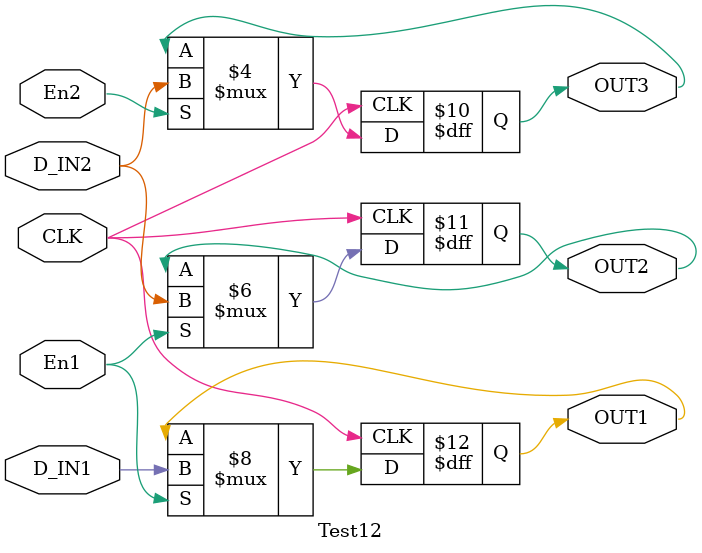
<source format=v>
`timescale 1ns / 1ps

module Test12(input CLK, input En1, input En2, input D_IN1, input D_IN2, output reg OUT1, output reg OUT2, output reg OUT3);
    always@(posedge CLK) begin
        if(En1)
            OUT1 <= D_IN1;
    end
    always@(posedge CLK) begin
        if(En1)
            OUT2 <= D_IN2;
    end
    always@(posedge CLK) begin
        if(En2)
            OUT3 <= D_IN2;
    end
endmodule

</source>
